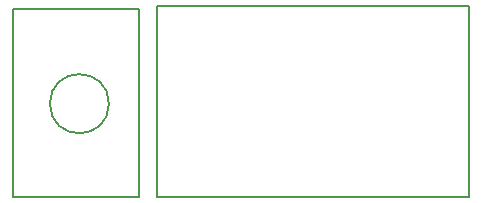
<source format=gbr>
G04 #@! TF.FileFunction,Other,User*
%FSLAX46Y46*%
G04 Gerber Fmt 4.6, Leading zero omitted, Abs format (unit mm)*
G04 Created by KiCad (PCBNEW 4.0.2-stable) date 2016-05-09 23:30:04*
%MOMM*%
G01*
G04 APERTURE LIST*
%ADD10C,0.020000*%
%ADD11C,0.200000*%
G04 APERTURE END LIST*
D10*
D11*
X41850000Y-170100000D02*
G75*
G03X41850000Y-170100000I-2500000J0D01*
G01*
X45900000Y-178000000D02*
X72350000Y-178000000D01*
X45900000Y-161850000D02*
X45900000Y-178000000D01*
X72350000Y-161850000D02*
X45900000Y-161850000D01*
X72350000Y-161850000D02*
X72350000Y-177950000D01*
X44400000Y-178000000D02*
X44400000Y-177750000D01*
X33700000Y-178000000D02*
X44400000Y-178000000D01*
X33700000Y-177900000D02*
X33700000Y-178000000D01*
X33700000Y-162100000D02*
X33700000Y-177900000D01*
X33750000Y-162100000D02*
X33700000Y-162100000D01*
X44400000Y-162100000D02*
X33750000Y-162100000D01*
X44390000Y-177970000D02*
X44390000Y-162095000D01*
M02*

</source>
